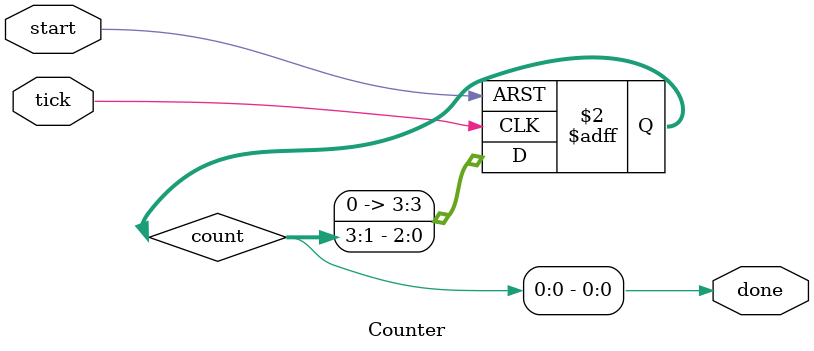
<source format=v>
`timescale 1ns / 1ps


// Define a module for a countdown counter with a parameterizable width N.
module Counter #(
    parameter N = 8  // N defines the total count range; actual counter width is N/2.
)(
    input start,          // Start signal: when high, resets or initializes the counter.
    input tick,           // Tick signal: serves as a clock input, driving the counter's decrement.
    output done           // Done signal: goes high when the counter reaches zero.
);

    // Internal counter register with a width of N/2 bits.
    // The counter size is halved presumably to fit specific design constraints or requirements.
    reg [N/2-1:0] count;
    
    // Sequential logic block triggered by the rising edge of 'tick' or 'start'.
    // This block is responsible for resetting the counter on 'start' and decrementing it on 'tick'.
    always @(posedge tick or posedge start) begin
        if (start)
            count <= -1; // Reset the counter to its maximum value (all bits set due to -1 in two's complement).
        else 
            count <= {1'b0, count[N/2-1:1]}; // Perform a right shift, effectively decrementing the counter.
    end
    
    // The 'done' signal is assigned the value of the least significant bit of the counter.
    // When the counter reaches zero, 'count[0]' would be 0, indicating the countdown is not yet complete.
    // There seems to be a logical discrepancy here: typically, 'done' might be expected to signal completion.
    // You may need to revise this based on your intended counter behavior.
    assign done = count[0];

endmodule


</source>
